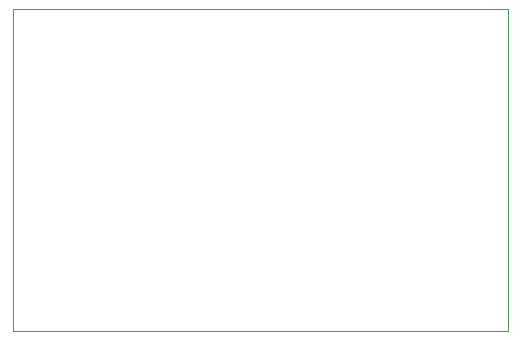
<source format=gbr>
%FSLAX46Y46*%
G04 Gerber Fmt 4.6, Leading zero omitted, Abs format (unit mm)*
G04 Created by KiCad (PCBNEW (2014-10-30 BZR 5240)-product) date jeu. 06 nov. 2014 00:10:11 CET*
%MOMM*%
G01*
G04 APERTURE LIST*
%ADD10C,0.100000*%
G04 APERTURE END LIST*
D10*
X125730000Y-102235000D02*
X125730000Y-74930000D01*
X167640000Y-102235000D02*
X125730000Y-102235000D01*
X167640000Y-74930000D02*
X167640000Y-102235000D01*
X125730000Y-74930000D02*
X167640000Y-74930000D01*
M02*

</source>
